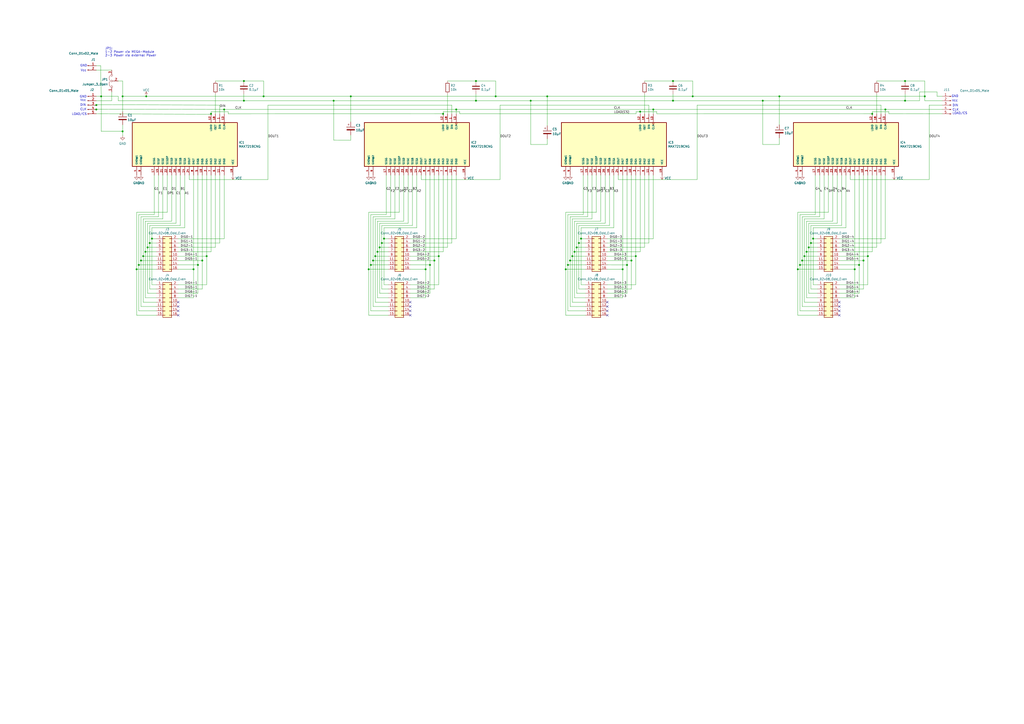
<source format=kicad_sch>
(kicad_sch (version 20211123) (generator eeschema)
  (paper "A2")
  (title_block (title "MAX7219 ") (date "08.10.2021") (rev "V5.0") (comment 1 "P.L.+S.H."))
  (lib_symbols
    (symbol "Connector:Conn_01x02_Male" (pin_names (offset 1.016) hide)
      (property "Reference" "J" (at 0 2.54 0))
      (property "Value" "Conn_01x02_Male" (at 0 -5.08 0))
      (symbol "Conn_01x02_Male_1_1"
        (polyline (pts (xy 1.27 -2.54) (xy 0.8636 -2.54)) (stroke (width 0.1524)))
        (polyline (pts (xy 1.27 0) (xy 0.8636 0)) (stroke (width 0.1524)))
        (rectangle (start 0.8636 -2.413) (end 0 -2.667) (stroke (width 0.1524)) (fill (type outline)))
        (rectangle (start 0.8636 0.127) (end 0 -0.127) (stroke (width 0.1524)) (fill (type outline)))
        (pin passive line (at 5.08 0 180) (length 3.81) (name "Pin_1") (number "1"))
        (pin passive line (at 5.08 -2.54 180) (length 3.81) (name "Pin_2") (number "2"))
      )
    )
    (symbol "Connector:Conn_01x05_Male" (pin_names (offset 1.016) hide)
      (property "Reference" "J" (at 0 7.62 0))
      (property "Value" "Conn_01x05_Male" (at 0 -7.62 0))
      (symbol "Conn_01x05_Male_1_1"
        (polyline (pts (xy 1.27 -5.08) (xy 0.8636 -5.08)) (stroke (width 0.1524)))
        (polyline (pts (xy 1.27 -2.54) (xy 0.8636 -2.54)) (stroke (width 0.1524)))
        (polyline (pts (xy 1.27 0) (xy 0.8636 0)) (stroke (width 0.1524)))
        (polyline (pts (xy 1.27 2.54) (xy 0.8636 2.54)) (stroke (width 0.1524)))
        (polyline (pts (xy 1.27 5.08) (xy 0.8636 5.08)) (stroke (width 0.1524)))
        (rectangle (start 0.8636 -4.953) (end 0 -5.207) (stroke (width 0.1524)) (fill (type outline)))
        (rectangle (start 0.8636 -2.413) (end 0 -2.667) (stroke (width 0.1524)) (fill (type outline)))
        (rectangle (start 0.8636 0.127) (end 0 -0.127) (stroke (width 0.1524)) (fill (type outline)))
        (rectangle (start 0.8636 2.667) (end 0 2.413) (stroke (width 0.1524)) (fill (type outline)))
        (rectangle (start 0.8636 5.207) (end 0 4.953) (stroke (width 0.1524)) (fill (type outline)))
        (pin passive line (at 5.08 5.08 180) (length 3.81) (name "Pin_1") (number "1"))
        (pin passive line (at 5.08 2.54 180) (length 3.81) (name "Pin_2") (number "2"))
        (pin passive line (at 5.08 0 180) (length 3.81) (name "Pin_3") (number "3"))
        (pin passive line (at 5.08 -2.54 180) (length 3.81) (name "Pin_4") (number "4"))
        (pin passive line (at 5.08 -5.08 180) (length 3.81) (name "Pin_5") (number "5"))
      )
    )
    (symbol "Connector_Generic:Conn_02x08_Odd_Even" (pin_names (offset 1.016) hide)
      (property "Reference" "J" (at 1.27 10.16 0))
      (property "Value" "Conn_02x08_Odd_Even" (at 1.27 -12.7 0))
      (symbol "Conn_02x08_Odd_Even_1_1"
        (rectangle (start -1.27 -10.033) (end 0 -10.287) (stroke (width 0.1524)))
        (rectangle (start -1.27 -7.493) (end 0 -7.747) (stroke (width 0.1524)))
        (rectangle (start -1.27 -4.953) (end 0 -5.207) (stroke (width 0.1524)))
        (rectangle (start -1.27 -2.413) (end 0 -2.667) (stroke (width 0.1524)))
        (rectangle (start -1.27 0.127) (end 0 -0.127) (stroke (width 0.1524)))
        (rectangle (start -1.27 2.667) (end 0 2.413) (stroke (width 0.1524)))
        (rectangle (start -1.27 5.207) (end 0 4.953) (stroke (width 0.1524)))
        (rectangle (start -1.27 7.747) (end 0 7.493) (stroke (width 0.1524)))
        (rectangle (start -1.27 8.89) (end 3.81 -11.43) (stroke (width 0.254)) (fill (type background)))
        (rectangle (start 3.81 -10.033) (end 2.54 -10.287) (stroke (width 0.1524)))
        (rectangle (start 3.81 -7.493) (end 2.54 -7.747) (stroke (width 0.1524)))
        (rectangle (start 3.81 -4.953) (end 2.54 -5.207) (stroke (width 0.1524)))
        (rectangle (start 3.81 -2.413) (end 2.54 -2.667) (stroke (width 0.1524)))
        (rectangle (start 3.81 0.127) (end 2.54 -0.127) (stroke (width 0.1524)))
        (rectangle (start 3.81 2.667) (end 2.54 2.413) (stroke (width 0.1524)))
        (rectangle (start 3.81 5.207) (end 2.54 4.953) (stroke (width 0.1524)))
        (rectangle (start 3.81 7.747) (end 2.54 7.493) (stroke (width 0.1524)))
        (pin passive line (at -5.08 7.62 0) (length 3.81) (name "Pin_1") (number "1"))
        (pin passive line (at 7.62 -2.54 180) (length 3.81) (name "Pin_10") (number "10"))
        (pin passive line (at -5.08 -5.08 0) (length 3.81) (name "Pin_11") (number "11"))
        (pin passive line (at 7.62 -5.08 180) (length 3.81) (name "Pin_12") (number "12"))
        (pin passive line (at -5.08 -7.62 0) (length 3.81) (name "Pin_13") (number "13"))
        (pin passive line (at 7.62 -7.62 180) (length 3.81) (name "Pin_14") (number "14"))
        (pin passive line (at -5.08 -10.16 0) (length 3.81) (name "Pin_15") (number "15"))
        (pin passive line (at 7.62 -10.16 180) (length 3.81) (name "Pin_16") (number "16"))
        (pin passive line (at 7.62 7.62 180) (length 3.81) (name "Pin_2") (number "2"))
        (pin passive line (at -5.08 5.08 0) (length 3.81) (name "Pin_3") (number "3"))
        (pin passive line (at 7.62 5.08 180) (length 3.81) (name "Pin_4") (number "4"))
        (pin passive line (at -5.08 2.54 0) (length 3.81) (name "Pin_5") (number "5"))
        (pin passive line (at 7.62 2.54 180) (length 3.81) (name "Pin_6") (number "6"))
        (pin passive line (at -5.08 0 0) (length 3.81) (name "Pin_7") (number "7"))
        (pin passive line (at 7.62 0 180) (length 3.81) (name "Pin_8") (number "8"))
        (pin passive line (at -5.08 -2.54 0) (length 3.81) (name "Pin_9") (number "9"))
      )
    )
    (symbol "Device:C" (pin_numbers hide) (pin_names (offset 0.254))
      (property "Reference" "C" (at 0.635 2.54 0))
      (property "Value" "C" (at 0.635 -2.54 0))
      (symbol "C_0_1"
        (polyline (pts (xy -2.032 -0.762) (xy 2.032 -0.762)) (stroke (width 0.508)))
        (polyline (pts (xy -2.032 0.762) (xy 2.032 0.762)) (stroke (width 0.508)))
      )
      (symbol "C_1_1"
        (pin passive line (at 0 3.81 270) (length 2.794) (name "~") (number "1"))
        (pin passive line (at 0 -3.81 90) (length 2.794) (name "~") (number "2"))
      )
    )
    (symbol "Device:C_Polarized" (pin_numbers hide) (pin_names (offset 0.254))
      (property "Reference" "C" (at 0.635 2.54 0))
      (property "Value" "C_Polarized" (at 0.635 -2.54 0))
      (symbol "C_Polarized_0_1"
        (rectangle (start -2.286 0.508) (end 2.286 1.016))
        (polyline (pts (xy -1.778 2.286) (xy -0.762 2.286)))
        (polyline (pts (xy -1.27 2.794) (xy -1.27 1.778)))
        (rectangle (start 2.286 -0.508) (end -2.286 -1.016) (fill (type outline)))
      )
      (symbol "C_Polarized_1_1"
        (pin passive line (at 0 3.81 270) (length 2.794) (name "~") (number "1"))
        (pin passive line (at 0 -3.81 90) (length 2.794) (name "~") (number "2"))
      )
    )
    (symbol "Device:R" (pin_numbers hide) (pin_names (offset 0))
      (property "Reference" "R" (at 2.032 0 90))
      (property "Value" "R" (at 0 0 90))
      (symbol "R_0_1"
        (rectangle (start -1.016 -2.54) (end 1.016 2.54) (stroke (width 0.254)))
      )
      (symbol "R_1_1"
        (pin passive line (at 0 3.81 270) (length 1.27) (name "~") (number "1"))
        (pin passive line (at 0 -3.81 90) (length 1.27) (name "~") (number "2"))
      )
    )
    (symbol "Jumper:Jumper_3_Open" (pin_names (offset 0) hide)
      (property "Reference" "JP" (at -2.54 -2.54 0))
      (property "Value" "Jumper_3_Open" (at 0 2.794 0))
      (symbol "Jumper_3_Open_0_0"
        (circle (center -3.302 0) (radius 0.508))
        (circle (center 0 0) (radius 0.508))
        (circle (center 3.302 0) (radius 0.508))
      )
      (symbol "Jumper_3_Open_0_1"
        (arc (start -0.254 1.016) (mid -1.651 1.4992) (end -3.048 1.016))
        (polyline (pts (xy 0 -0.508) (xy 0 -1.27)))
        (arc (start 3.048 1.016) (mid 1.651 1.4992) (end 0.254 1.016))
      )
      (symbol "Jumper_3_Open_1_1"
        (pin passive line (at -6.35 0 0) (length 2.54) (name "A") (number "1"))
        (pin input line (at 0 -3.81 90) (length 2.54) (name "C") (number "2"))
        (pin passive line (at 6.35 0 180) (length 2.54) (name "B") (number "3"))
      )
    )
    (symbol "MAX7219CNG:MAX7219CNG" (pin_names (offset 1.016))
      (property "Reference" "IC" (at -12.7 31.4706 0))
      (property "Value" "MAX7219CNG_MAX7219CNG" (at -12.7 -34.4678 0))
      (symbol "MAX7219CNG_0_0"
        (rectangle (start -12.7 -30.48) (end 12.7 30.48) (stroke (width 0.4064)) (fill (type background)))
        (pin input line (at -17.78 20.32 0) (length 5.08) (name "DIN") (number "1"))
        (pin output line (at 17.78 10.16 180) (length 5.08) (name "DIG5") (number "10"))
        (pin output line (at 17.78 20.32 180) (length 5.08) (name "DIG1") (number "11"))
        (pin input line (at -17.78 15.24 0) (length 5.08) (name "LOAD") (number "12"))
        (pin input clock (at -17.78 22.86 0) (length 5.08) (name "CLK") (number "13"))
        (pin output line (at 17.78 0 180) (length 5.08) (name "SEGA") (number "14"))
        (pin output line (at 17.78 -15.24 180) (length 5.08) (name "SEGF") (number "15"))
        (pin output line (at 17.78 -2.54 180) (length 5.08) (name "SEGB") (number "16"))
        (pin output line (at 17.78 -17.78 180) (length 5.08) (name "SEGG") (number "17"))
        (pin input line (at -17.78 17.78 0) (length 5.08) (name "ISET") (number "18"))
        (pin power_in line (at 17.78 27.94 180) (length 5.08) (name "VCC") (number "19"))
        (pin output line (at 17.78 22.86 180) (length 5.08) (name "DIG0") (number "2"))
        (pin output line (at 17.78 -5.08 180) (length 5.08) (name "SEGC") (number "20"))
        (pin output line (at 17.78 -12.7 180) (length 5.08) (name "SEGE") (number "21"))
        (pin output line (at 17.78 -10.16 180) (length 5.08) (name "SEGDP") (number "22"))
        (pin output line (at 17.78 -7.62 180) (length 5.08) (name "SEGD") (number "23"))
        (pin output line (at 17.78 2.54 180) (length 5.08) (name "DOUT") (number "24"))
        (pin output line (at 17.78 12.7 180) (length 5.08) (name "DIG4") (number "3"))
        (pin power_in line (at 17.78 -27.94 180) (length 5.08) (name "GND@1") (number "4"))
        (pin output line (at 17.78 7.62 180) (length 5.08) (name "DIG6") (number "5"))
        (pin output line (at 17.78 17.78 180) (length 5.08) (name "DIG2") (number "6"))
        (pin output line (at 17.78 15.24 180) (length 5.08) (name "DIG3") (number "7"))
        (pin output line (at 17.78 5.08 180) (length 5.08) (name "DIG7") (number "8"))
        (pin power_in line (at 17.78 -25.4 180) (length 5.08) (name "GND@2") (number "9"))
      )
    )
    (symbol "power:GND" (power) (pin_names (offset 0))
      (property "Value" "GND" (at 0 -3.81 0))
      (symbol "GND_0_1"
        (polyline (pts (xy 0 0) (xy 0 -1.27) (xy 1.27 -1.27) (xy 0 -2.54) (xy -1.27 -1.27) (xy 0 -1.27)))
      )
      (symbol "GND_1_1"
        (pin power_in line (at 0 0 270) (length 0) hide (name "GND") (number "1"))
      )
    )
    (symbol "power:VCC" (power) (pin_names (offset 0))
      (property "Value" "VCC" (at 0 3.81 0))
      (symbol "VCC_0_1"
        (polyline (pts (xy -0.762 1.27) (xy 0 2.54)))
        (polyline (pts (xy 0 0) (xy 0 2.54)))
        (polyline (pts (xy 0 2.54) (xy 0.762 1.27)))
      )
      (symbol "VCC_1_1"
        (pin power_in line (at 0 0 90) (length 0) hide (name "VCC") (number "1"))
      )
    )
  )
  (junction (at 337.058 138.43))
  (junction (at 442.468 58.42))
  (junction (at 130.048 63.5))
  (junction (at 80.518 153.67))
  (junction (at 257.048 66.04))
  (junction (at 83.058 148.59))
  (junction (at 218.948 146.05))
  (junction (at 55.88 63.5))
  (junction (at 222.758 138.43))
  (junction (at 333.248 146.05))
  (junction (at 317.4492 55.88))
  (junction (at 390.398 58.42))
  (junction (at 215.138 153.67))
  (junction (at 141.478 58.42))
  (junction (at 505.968 66.04))
  (junction (at 525.018 46.99))
  (junction (at 366.268 151.13))
  (junction (at 329.438 153.67))
  (junction (at 112.268 156.21))
  (junction (at 55.88 60.96))
  (junction (at 203.4794 55.88))
  (junction (at 452.12 55.88))
  (junction (at 495.808 156.21))
  (junction (at 287.528 55.88))
  (junction (at 536.448 55.88))
  (junction (at 117.348 151.13))
  (junction (at 503.428 148.59))
  (junction (at 465.328 151.13))
  (junction (at 88.138 138.43))
  (junction (at 264.668 63.5))
  (junction (at 513.588 63.5))
  (junction (at 251.968 151.13))
  (junction (at 84.328 146.05))
  (junction (at 525.018 58.42))
  (junction (at 221.488 140.97))
  (junction (at 122.428 66.04))
  (junction (at 498.348 153.67))
  (junction (at 114.808 153.67))
  (junction (at 152.908 55.88))
  (junction (at 216.408 151.13))
  (junction (at 368.808 148.59))
  (junction (at 466.598 148.59))
  (junction (at 464.058 153.67))
  (junction (at 254.508 148.59))
  (junction (at 469.138 143.51))
  (junction (at 471.678 138.43))
  (junction (at 141.478 46.99))
  (junction (at 371.348 64.77))
  (junction (at 58.674 55.88))
  (junction (at 86.868 140.97))
  (junction (at 246.888 156.21))
  (junction (at 307.848 58.42))
  (junction (at 361.188 156.21))
  (junction (at 500.888 151.13))
  (junction (at 462.788 156.21))
  (junction (at 335.788 140.97))
  (junction (at 378.968 63.5))
  (junction (at 220.218 143.51))
  (junction (at 276.098 58.42))
  (junction (at 79.248 156.21))
  (junction (at 390.398 46.99))
  (junction (at 276.098 46.99))
  (junction (at 217.678 148.59))
  (junction (at 71.12 55.88))
  (junction (at 249.428 153.67))
  (junction (at 213.868 156.21))
  (junction (at 363.728 153.6954))
  (junction (at 467.868 146.05))
  (junction (at 84.836 55.88))
  (junction (at 401.828 55.88))
  (junction (at 331.978 148.59))
  (junction (at 119.888 148.59))
  (junction (at 330.708 151.13))
  (junction (at 71.12 76.2))
  (junction (at 85.598 143.51))
  (junction (at 193.548 58.42))
  (junction (at 328.168 156.21))
  (junction (at 470.408 140.97))
  (junction (at 334.518 143.51))
  (junction (at 81.788 151.13))
  (no_connect (at 103.378 177.8))
  (no_connect (at 352.298 182.88))
  (no_connect (at 103.378 182.88))
  (no_connect (at 352.298 180.34))
  (no_connect (at 237.998 177.8))
  (no_connect (at 486.918 180.34))
  (no_connect (at 486.918 182.88))
  (no_connect (at 352.298 177.8))
  (no_connect (at 103.378 175.26))
  (no_connect (at 237.998 182.88))
  (no_connect (at 103.378 180.34))
  (no_connect (at 486.918 175.26))
  (no_connect (at 237.998 175.26))
  (no_connect (at 486.918 177.8))
  (no_connect (at 352.298 175.26))
  (no_connect (at 237.998 180.34))
  (wire (pts (xy 317.5 83.82) (xy 307.848 83.82)))
  (wire (pts (xy 366.268 151.13) (xy 366.268 167.64)))
  (wire (pts (xy 472.948 124.46) (xy 464.058 124.46)))
  (wire (pts (xy 490.728 132.08) (xy 471.678 132.08)))
  (wire (pts (xy 472.948 101.6) (xy 472.948 124.46)))
  (wire (pts (xy 84.328 146.05) (xy 90.678 146.05)))
  (wire (pts (xy 331.978 127) (xy 331.978 148.59)))
  (wire (pts (xy 215.138 124.46) (xy 215.138 153.67)))
  (wire (pts (xy 475.488 125.73) (xy 465.328 125.73)))
  (wire (pts (xy 343.408 101.6) (xy 343.408 127)))
  (wire (pts (xy 498.348 101.6) (xy 498.348 153.67)))
  (wire (pts (xy 452.12 72.39) (xy 452.12 55.88)))
  (wire (pts (xy 81.788 151.13) (xy 90.678 151.13)))
  (wire (pts (xy 254.508 165.1) (xy 237.998 165.1)))
  (wire (pts (xy 71.12 46.99) (xy 71.12 55.88)))
  (wire (pts (xy 356.108 132.08) (xy 337.058 132.08)))
  (wire (pts (xy 83.058 127) (xy 83.058 148.59)))
  (wire (pts (xy 331.978 148.59) (xy 331.978 175.26)))
  (wire (pts (xy 231.648 101.6) (xy 231.648 123.19)))
  (wire (pts (xy 329.438 180.34) (xy 339.598 180.34)))
  (wire (pts (xy 498.348 170.18) (xy 486.918 170.18)))
  (wire (pts (xy 505.968 101.6) (xy 505.968 146.05)))
  (wire (pts (xy 88.138 138.43) (xy 90.678 138.43)))
  (wire (pts (xy 222.758 132.08) (xy 222.758 138.43)))
  (wire (pts (xy 505.968 64.77) (xy 515.6454 64.77)))
  (wire (pts (xy 107.188 101.6) (xy 107.188 132.08)))
  (wire (pts (xy 130.048 101.6) (xy 130.048 138.43)))
  (wire (pts (xy 213.868 156.21) (xy 225.298 156.21)))
  (wire (pts (xy 478.028 127) (xy 466.598 127)))
  (wire (pts (xy 91.948 125.73) (xy 81.788 125.73)))
  (wire (pts (xy 246.888 101.6) (xy 246.888 156.21)))
  (wire (pts (xy 348.488 128.27) (xy 333.248 128.27)))
  (wire (pts (xy 317.5 80.518) (xy 317.5 83.82)))
  (wire (pts (xy 470.408 167.64) (xy 474.218 167.64)))
  (wire (pts (xy 79.248 156.21) (xy 79.248 182.88)))
  (wire (pts (xy 80.518 153.67) (xy 90.678 153.67)))
  (wire (pts (xy 287.528 55.88) (xy 317.4492 55.88)))
  (wire (pts (xy 500.888 167.64) (xy 486.918 167.64)))
  (wire (pts (xy 329.438 153.67) (xy 329.438 180.34)))
  (wire (pts (xy 217.678 148.59) (xy 217.678 175.26)))
  (wire (pts (xy 241.808 101.6) (xy 241.808 132.08)))
  (wire (pts (xy 257.048 66.04) (xy 257.048 64.77)))
  (wire (pts (xy 55.9562 60.7568) (xy 127.508 60.96)))
  (wire (pts (xy 259.588 46.99) (xy 276.098 46.99)))
  (wire (pts (xy 122.428 64.8208) (xy 132.3594 64.8462)))
  (wire (pts (xy 203.4794 55.88) (xy 287.528 55.88)))
  (wire (pts (xy 68.58 55.88) (xy 68.58 58.42)))
  (wire (pts (xy 218.948 146.05) (xy 225.298 146.05)))
  (wire (pts (xy 215.138 153.67) (xy 225.298 153.67)))
  (wire (pts (xy 122.3518 66.2432) (xy 122.428 66.04)))
  (wire (pts (xy 471.678 138.43) (xy 471.678 165.1)))
  (wire (pts (xy 368.808 101.6) (xy 368.808 148.59)))
  (wire (pts (xy 452.12 80.01) (xy 452.12 83.82)))
  (wire (pts (xy 217.678 175.26) (xy 225.298 175.26)))
  (wire (pts (xy 464.058 124.46) (xy 464.058 153.67)))
  (wire (pts (xy 328.168 123.19) (xy 328.168 156.21)))
  (wire (pts (xy 525.018 54.61) (xy 525.018 58.42)))
  (wire (pts (xy 122.428 101.6) (xy 122.428 146.05)))
  (wire (pts (xy 373.888 101.6) (xy 373.888 143.51)))
  (wire (pts (xy 503.428 165.1) (xy 486.918 165.1)))
  (wire (pts (xy 218.948 128.27) (xy 218.948 146.05)))
  (wire (pts (xy 330.708 151.13) (xy 339.598 151.13)))
  (wire (pts (xy 107.188 132.08) (xy 88.138 132.08)))
  (wire (pts (xy 467.868 128.27) (xy 467.868 146.05)))
  (wire (pts (xy 469.138 143.51) (xy 469.138 170.18)))
  (wire (pts (xy 337.058 132.08) (xy 337.058 138.43)))
  (wire (pts (xy 536.448 46.99) (xy 536.448 55.88)))
  (wire (pts (xy 376.428 140.97) (xy 376.428 101.6)))
  (wire (pts (xy 221.488 167.64) (xy 225.298 167.64)))
  (wire (pts (xy 88.138 165.1) (xy 90.678 165.1)))
  (wire (pts (xy 348.488 101.6) (xy 348.488 128.27)))
  (wire (pts (xy 290.068 60.96) (xy 376.428 60.96)))
  (wire (pts (xy 58.674 76.2) (xy 71.12 76.2)))
  (wire (pts (xy 112.268 156.21) (xy 112.268 172.72)))
  (wire (pts (xy 334.518 143.51) (xy 339.598 143.51)))
  (wire (pts (xy 124.968 46.99) (xy 141.478 46.99)))
  (wire (pts (xy 79.248 123.19) (xy 79.248 156.21)))
  (wire (pts (xy 465.328 177.8) (xy 474.218 177.8)))
  (wire (pts (xy 358.648 104.14) (xy 404.368 104.14)))
  (wire (pts (xy 276.098 54.61) (xy 276.098 58.42)))
  (wire (pts (xy 381.0254 66.0654) (xy 505.968 66.04)))
  (wire (pts (xy 442.468 58.42) (xy 525.018 58.42)))
  (wire (pts (xy 231.648 123.19) (xy 213.868 123.19)))
  (wire (pts (xy 368.808 165.1) (xy 352.298 165.1)))
  (wire (pts (xy 471.678 138.43) (xy 474.218 138.43)))
  (wire (pts (xy 193.548 58.42) (xy 276.098 58.42)))
  (wire (pts (xy 127.508 60.96) (xy 127.508 66.04)))
  (wire (pts (xy 352.298 153.67) (xy 363.728 153.6954)))
  (wire (pts (xy 112.268 172.72) (xy 103.378 172.72)))
  (wire (pts (xy 467.868 146.05) (xy 467.868 172.72)))
  (wire (pts (xy 97.028 101.6) (xy 97.028 123.19)))
  (wire (pts (xy 239.268 101.6) (xy 239.268 130.81)))
  (wire (pts (xy 217.678 148.59) (xy 225.298 148.59)))
  (wire (pts (xy 378.968 138.43) (xy 352.298 138.43)))
  (wire (pts (xy 475.488 101.6) (xy 475.488 125.73)))
  (wire (pts (xy 237.998 156.21) (xy 246.888 156.21)))
  (wire (pts (xy 495.808 172.72) (xy 486.918 172.72)))
  (wire (pts (xy 543.56 55.88) (xy 543.56 53.34)))
  (wire (pts (xy 333.248 128.27) (xy 333.248 146.05)))
  (wire (pts (xy 127.508 140.97) (xy 127.508 101.6)))
  (wire (pts (xy 486.918 140.97) (xy 511.048 140.97)))
  (wire (pts (xy 221.488 130.81) (xy 221.488 140.97)))
  (wire (pts (xy 508.508 101.6) (xy 508.508 143.51)))
  (wire (pts (xy 361.188 156.21) (xy 361.188 172.72)))
  (wire (pts (xy 119.888 148.59) (xy 119.888 165.1)))
  (wire (pts (xy 55.88 38.1) (xy 58.42 38.1)))
  (wire (pts (xy 81.788 151.13) (xy 81.788 177.8)))
  (wire (pts (xy 104.648 130.81) (xy 86.868 130.81)))
  (wire (pts (xy 376.428 60.96) (xy 376.428 66.04)))
  (wire (pts (xy 480.568 101.6) (xy 480.568 123.19)))
  (wire (pts (xy 103.378 153.67) (xy 114.808 153.67)))
  (wire (pts (xy 513.588 138.43) (xy 486.918 138.43)))
  (wire (pts (xy 99.568 101.6) (xy 99.568 128.27)))
  (wire (pts (xy 55.9562 60.7568) (xy 55.88 60.96)))
  (wire (pts (xy 465.328 151.13) (xy 465.328 177.8)))
  (wire (pts (xy 117.348 151.13) (xy 117.348 167.64)))
  (wire (pts (xy 373.888 143.51) (xy 352.298 143.51)))
  (wire (pts (xy 221.488 140.97) (xy 221.488 167.64)))
  (wire (pts (xy 203.5048 81.28) (xy 193.548 81.2546)))
  (wire (pts (xy 266.7 64.77) (xy 266.7 66.04)))
  (wire (pts (xy 470.408 140.97) (xy 470.408 167.64)))
  (wire (pts (xy 86.868 167.64) (xy 90.678 167.64)))
  (wire (pts (xy 368.808 148.59) (xy 352.298 148.59)))
  (wire (pts (xy 109.728 104.14) (xy 155.448 104.14)))
  (wire (pts (xy 515.6454 65.9892) (xy 546.608 66.04)))
  (wire (pts (xy 132.334 66.0654) (xy 257.048 66.04)))
  (wire (pts (xy 130.048 66.04) (xy 130.048 63.5)))
  (wire (pts (xy 340.868 101.6) (xy 340.868 125.73)))
  (wire (pts (xy 215.138 153.67) (xy 215.138 180.34)))
  (wire (pts (xy 371.348 101.6) (xy 371.348 146.05)))
  (wire (pts (xy 378.968 63.5) (xy 513.588 63.5)))
  (wire (pts (xy 55.88 55.88) (xy 58.674 55.88)))
  (wire (pts (xy 85.598 143.51) (xy 90.678 143.51)))
  (wire (pts (xy 276.098 46.99) (xy 287.528 46.99)))
  (wire (pts (xy 220.218 170.18) (xy 225.298 170.18)))
  (wire (pts (xy 533.4 58.42) (xy 525.018 58.42)))
  (wire (pts (xy 511.048 60.96) (xy 511.048 66.04)))
  (wire (pts (xy 215.138 180.34) (xy 225.298 180.34)))
  (wire (pts (xy 466.598 148.59) (xy 466.598 175.26)))
  (wire (pts (xy 317.4492 55.88) (xy 401.828 55.88)))
  (wire (pts (xy 329.438 124.46) (xy 329.438 153.67)))
  (wire (pts (xy 203.4794 70.7136) (xy 203.4794 55.88)))
  (wire (pts (xy 84.328 146.05) (xy 84.328 172.72)))
  (wire (pts (xy 333.248 172.72) (xy 339.598 172.72)))
  (wire (pts (xy 361.188 172.72) (xy 352.298 172.72)))
  (wire (pts (xy 480.568 123.19) (xy 462.788 123.19)))
  (wire (pts (xy 470.408 130.81) (xy 470.408 140.97)))
  (wire (pts (xy 224.028 101.6) (xy 224.028 124.46)))
  (wire (pts (xy 287.528 46.99) (xy 287.528 55.88)))
  (wire (pts (xy 378.968 101.6) (xy 378.968 138.43)))
  (wire (pts (xy 264.668 63.5) (xy 264.668 66.04)))
  (wire (pts (xy 114.808 170.18) (xy 103.378 170.18)))
  (wire (pts (xy 193.548 58.42) (xy 193.548 81.2546)))
  (wire (pts (xy 97.028 123.19) (xy 79.248 123.19)))
  (wire (pts (xy 259.588 101.6) (xy 259.588 143.51)))
  (wire (pts (xy 485.648 101.6) (xy 485.648 129.54)))
  (wire (pts (xy 84.328 128.27) (xy 84.328 146.05)))
  (wire (pts (xy 546.608 55.88) (xy 543.56 55.88)))
  (wire (pts (xy 58.674 55.88) (xy 68.58 55.88)))
  (wire (pts (xy 213.868 156.21) (xy 213.868 182.88)))
  (wire (pts (xy 84.328 172.72) (xy 90.678 172.72)))
  (wire (pts (xy 334.518 143.51) (xy 334.518 170.18)))
  (wire (pts (xy 254.508 101.6) (xy 254.508 148.59)))
  (wire (pts (xy 58.674 55.88) (xy 58.674 76.2)))
  (wire (pts (xy 119.888 101.6) (xy 119.888 148.59)))
  (wire (pts (xy 328.168 156.21) (xy 339.598 156.21)))
  (wire (pts (xy 218.948 146.05) (xy 218.948 172.72)))
  (wire (pts (xy 71.12 76.2) (xy 71.12 78.74)))
  (wire (pts (xy 452.12 83.82) (xy 442.468 83.82)))
  (wire (pts (xy 80.518 180.34) (xy 90.678 180.34)))
  (wire (pts (xy 251.968 101.6) (xy 251.968 151.13)))
  (wire (pts (xy 471.678 132.08) (xy 471.678 138.43)))
  (wire (pts (xy 363.728 170.18) (xy 352.298 170.18)))
  (wire (pts (xy 381.0254 64.77) (xy 381.0254 66.0654)))
  (wire (pts (xy 83.058 175.26) (xy 90.678 175.26)))
  (wire (pts (xy 462.788 182.88) (xy 474.218 182.88)))
  (wire (pts (xy 478.028 101.6) (xy 478.028 127)))
  (wire (pts (xy 338.328 124.46) (xy 329.438 124.46)))
  (wire (pts (xy 112.268 101.6) (xy 112.268 156.21)))
  (wire (pts (xy 257.048 64.77) (xy 266.7 64.77)))
  (wire (pts (xy 249.428 170.18) (xy 237.998 170.18)))
  (wire (pts (xy 119.888 165.1) (xy 103.378 165.1)))
  (wire (pts (xy 122.428 146.05) (xy 103.378 146.05)))
  (wire (pts (xy 466.598 127) (xy 466.598 148.59)))
  (wire (pts (xy 404.368 60.96) (xy 404.368 104.14)))
  (wire (pts (xy 361.188 101.6) (xy 361.188 156.21)))
  (wire (pts (xy 331.978 148.59) (xy 339.598 148.59)))
  (wire (pts (xy 103.378 156.21) (xy 112.268 156.21)))
  (wire (pts (xy 109.728 101.6) (xy 109.728 104.14)))
  (wire (pts (xy 471.678 165.1) (xy 474.218 165.1)))
  (wire (pts (xy 330.708 177.8) (xy 339.598 177.8)))
  (wire (pts (xy 216.408 177.8) (xy 225.298 177.8)))
  (wire (pts (xy 241.808 132.08) (xy 222.758 132.08)))
  (wire (pts (xy 401.828 55.88) (xy 452.12 55.88)))
  (wire (pts (xy 239.268 130.81) (xy 221.488 130.81)))
  (wire (pts (xy 290.068 60.96) (xy 290.068 104.14)))
  (wire (pts (xy 244.348 101.6) (xy 244.348 104.14)))
  (wire (pts (xy 152.908 55.88) (xy 203.4794 55.88)))
  (wire (pts (xy 80.518 153.67) (xy 80.518 180.34)))
  (wire (pts (xy 345.948 101.6) (xy 345.948 123.19)))
  (wire (pts (xy 91.948 101.6) (xy 91.948 125.73)))
  (wire (pts (xy 155.448 60.96) (xy 155.448 104.14)))
  (wire (pts (xy 89.408 101.6) (xy 89.408 124.46)))
  (wire (pts (xy 264.668 138.43) (xy 237.998 138.43)))
  (wire (pts (xy 464.058 153.67) (xy 464.058 180.34)))
  (wire (pts (xy 88.138 132.08) (xy 88.138 138.43)))
  (wire (pts (xy 533.4 53.34) (xy 533.4 58.42)))
  (wire (pts (xy 88.138 138.43) (xy 88.138 165.1)))
  (wire (pts (xy 469.138 170.18) (xy 474.218 170.18)))
  (wire (pts (xy 368.808 148.59) (xy 368.808 165.1)))
  (wire (pts (xy 442.468 58.42) (xy 442.468 83.82)))
  (wire (pts (xy 307.848 58.42) (xy 390.398 58.42)))
  (wire (pts (xy 317.5 72.898) (xy 317.4492 55.88)))
  (wire (pts (xy 401.828 46.99) (xy 401.828 55.88)))
  (wire (pts (xy 340.868 125.73) (xy 330.708 125.73)))
  (wire (pts (xy 203.4794 78.3336) (xy 203.5048 81.28)))
  (wire (pts (xy 334.518 129.54) (xy 334.518 143.51)))
  (wire (pts (xy 328.168 156.21) (xy 328.168 182.88)))
  (wire (pts (xy 217.678 127) (xy 217.678 148.59)))
  (wire (pts (xy 224.028 124.46) (xy 215.138 124.46)))
  (wire (pts (xy 104.648 101.6) (xy 104.648 130.81)))
  (wire (pts (xy 464.058 180.34) (xy 474.218 180.34)))
  (wire (pts (xy 222.758 138.43) (xy 225.298 138.43)))
  (wire (pts (xy 466.598 148.59) (xy 474.218 148.59)))
  (wire (pts (xy 257.048 146.05) (xy 237.998 146.05)))
  (wire (pts (xy 513.588 101.6) (xy 513.588 138.43)))
  (wire (pts (xy 55.88 66.04) (xy 122.3518 66.2432)))
  (wire (pts (xy 515.6454 64.77) (xy 515.6454 65.9892)))
  (wire (pts (xy 343.408 127) (xy 331.978 127)))
  (wire (pts (xy 124.968 143.51) (xy 103.378 143.51)))
  (wire (pts (xy 249.428 153.67) (xy 249.428 170.18)))
  (wire (pts (xy 513.588 63.5) (xy 546.608 63.5)))
  (wire (pts (xy 335.788 167.64) (xy 339.598 167.64)))
  (wire (pts (xy 122.428 66.04) (xy 122.428 64.8208)))
  (wire (pts (xy 119.888 148.59) (xy 103.378 148.59)))
  (wire (pts (xy 500.888 101.6) (xy 500.888 151.13)))
  (wire (pts (xy 244.348 104.14) (xy 290.068 104.14)))
  (wire (pts (xy 505.968 146.05) (xy 486.918 146.05)))
  (wire (pts (xy 331.978 175.26) (xy 339.598 175.26)))
  (wire (pts (xy 513.588 63.5) (xy 513.588 66.04)))
  (wire (pts (xy 84.836 55.88) (xy 152.908 55.88)))
  (wire (pts (xy 368.9604 66.04) (xy 266.7 66.04)))
  (wire (pts (xy 259.588 54.61) (xy 259.588 66.04)))
  (wire (pts (xy 483.108 128.27) (xy 467.868 128.27)))
  (wire (pts (xy 102.108 101.6) (xy 102.108 129.54)))
  (wire (pts (xy 216.408 151.13) (xy 216.408 177.8)))
  (wire (pts (xy 124.968 101.6) (xy 124.968 143.51)))
  (wire (pts (xy 467.868 172.72) (xy 474.218 172.72)))
  (wire (pts (xy 141.478 54.61) (xy 141.478 58.42)))
  (wire (pts (xy 257.048 101.6) (xy 257.048 146.05)))
  (wire (pts (xy 102.108 129.54) (xy 85.598 129.54)))
  (wire (pts (xy 79.248 156.21) (xy 90.678 156.21)))
  (wire (pts (xy 381.0254 64.77) (xy 371.348 64.77)))
  (wire (pts (xy 262.128 60.96) (xy 262.128 66.04)))
  (wire (pts (xy 216.408 125.73) (xy 216.408 151.13)))
  (wire (pts (xy 222.758 138.43) (xy 222.758 165.1)))
  (wire (pts (xy 500.888 151.13) (xy 486.918 151.13)))
  (wire (pts (xy 337.058 138.43) (xy 337.058 165.1)))
  (wire (pts (xy 536.448 58.42) (xy 546.608 58.42)))
  (wire (pts (xy 213.868 123.19) (xy 213.868 156.21)))
  (wire (pts (xy 366.268 101.6) (xy 366.268 151.13)))
  (wire (pts (xy 345.948 123.19) (xy 328.168 123.19)))
  (wire (pts (xy 333.248 146.05) (xy 333.248 172.72)))
  (wire (pts (xy 237.998 153.67) (xy 249.428 153.67)))
  (wire (pts (xy 276.098 58.42) (xy 307.848 58.42)))
  (wire (pts (xy 330.708 125.73) (xy 330.708 151.13)))
  (wire (pts (xy 85.598 143.51) (xy 85.598 170.18)))
  (wire (pts (xy 337.058 165.1) (xy 339.598 165.1)))
  (wire (pts (xy 130.048 138.43) (xy 103.378 138.43)))
  (wire (pts (xy 103.378 140.97) (xy 127.508 140.97)))
  (wire (pts (xy 368.9604 64.77) (xy 368.9604 66.04)))
  (wire (pts (xy 99.568 128.27) (xy 84.328 128.27)))
  (wire (pts (xy 462.788 156.21) (xy 474.218 156.21)))
  (wire (pts (xy 390.398 54.61) (xy 390.398 58.42)))
  (wire (pts (xy 254.508 148.59) (xy 254.508 165.1)))
  (wire (pts (xy 86.868 140.97) (xy 86.868 167.64)))
  (wire (pts (xy 220.218 129.54) (xy 220.218 143.51)))
  (wire (pts (xy 543.56 53.34) (xy 533.4 53.34)))
  (wire (pts (xy 503.428 148.59) (xy 503.428 165.1)))
  (wire (pts (xy 469.138 129.54) (xy 469.138 143.51)))
  (wire (pts (xy 503.428 101.6) (xy 503.428 148.59)))
  (wire (pts (xy 356.108 101.6) (xy 356.108 132.08)))
  (wire (pts (xy 511.048 140.97) (xy 511.048 101.6)))
  (wire (pts (xy 83.058 148.59) (xy 83.058 175.26)))
  (wire (pts (xy 83.058 148.59) (xy 90.678 148.59)))
  (wire (pts (xy 251.968 151.13) (xy 251.968 167.64)))
  (wire (pts (xy 538.988 60.96) (xy 546.608 60.96)))
  (wire (pts (xy 498.348 153.67) (xy 498.348 170.18)))
  (wire (pts (xy 213.868 182.88) (xy 225.298 182.88)))
  (wire (pts (xy 378.968 63.5) (xy 378.968 66.04)))
  (wire (pts (xy 464.058 153.67) (xy 474.218 153.67)))
  (wire (pts (xy 152.908 46.99) (xy 152.908 55.88)))
  (wire (pts (xy 89.408 124.46) (xy 80.518 124.46)))
  (wire (pts (xy 469.138 143.51) (xy 474.218 143.51)))
  (wire (pts (xy 249.428 101.6) (xy 249.428 153.67)))
  (wire (pts (xy 124.968 54.61) (xy 124.968 66.04)))
  (wire (pts (xy 259.588 143.51) (xy 237.998 143.51)))
  (wire (pts (xy 264.668 63.5) (xy 378.968 63.5)))
  (wire (pts (xy 236.728 101.6) (xy 236.728 129.54)))
  (wire (pts (xy 465.328 151.13) (xy 474.218 151.13)))
  (wire (pts (xy 351.028 129.54) (xy 334.518 129.54)))
  (wire (pts (xy 55.9562 63.2968) (xy 130.048 63.5)))
  (wire (pts (xy 493.268 104.14) (xy 538.988 104.14)))
  (wire (pts (xy 351.028 101.6) (xy 351.028 129.54)))
  (wire (pts (xy 141.478 46.99) (xy 152.908 46.99)))
  (wire (pts (xy 352.298 156.21) (xy 361.188 156.21)))
  (wire (pts (xy 352.298 140.97) (xy 376.428 140.97)))
  (wire (pts (xy 488.188 101.6) (xy 488.188 130.81)))
  (wire (pts (xy 85.598 170.18) (xy 90.678 170.18)))
  (wire (pts (xy 64.77 58.42) (xy 55.88 58.42)))
  (wire (pts (xy 338.328 101.6) (xy 338.328 124.46)))
  (wire (pts (xy 117.348 101.6) (xy 117.348 151.13)))
  (wire (pts (xy 229.108 127) (xy 217.678 127)))
  (wire (pts (xy 64.77 53.34) (xy 64.77 58.42)))
  (wire (pts (xy 262.128 140.97) (xy 262.128 101.6)))
  (wire (pts (xy 68.58 58.42) (xy 141.478 58.42)))
  (wire (pts (xy 234.188 101.6) (xy 234.188 128.27)))
  (wire (pts (xy 500.888 151.13) (xy 500.888 167.64)))
  (wire (pts (xy 85.598 129.54) (xy 85.598 143.51)))
  (wire (pts (xy 390.398 46.99) (xy 401.828 46.99)))
  (wire (pts (xy 114.808 153.67) (xy 114.808 170.18)))
  (wire (pts (xy 234.188 128.27) (xy 218.948 128.27)))
  (wire (pts (xy 466.598 175.26) (xy 474.218 175.26)))
  (wire (pts (xy 465.328 125.73) (xy 465.328 151.13)))
  (wire (pts (xy 226.568 125.73) (xy 216.408 125.73)))
  (wire (pts (xy 503.428 148.59) (xy 486.918 148.59)))
  (wire (pts (xy 335.788 130.81) (xy 335.788 140.97)))
  (wire (pts (xy 493.268 101.6) (xy 493.268 104.14)))
  (wire (pts (xy 371.348 64.77) (xy 368.9604 64.77)))
  (wire (pts (xy 333.248 146.05) (xy 339.598 146.05)))
  (wire (pts (xy 220.218 143.51) (xy 220.218 170.18)))
  (wire (pts (xy 371.348 146.05) (xy 352.298 146.05)))
  (wire (pts (xy 508.508 143.51) (xy 486.918 143.51)))
  (wire (pts (xy 79.248 182.88) (xy 90.678 182.88)))
  (wire (pts (xy 486.918 153.67) (xy 498.348 153.67)))
  (wire (pts (xy 86.868 140.97) (xy 90.678 140.97)))
  (wire (pts (xy 366.268 167.64) (xy 352.298 167.64)))
  (wire (pts (xy 353.568 101.6) (xy 353.568 130.81)))
  (wire (pts (xy 337.058 138.43) (xy 339.598 138.43)))
  (wire (pts (xy 94.488 101.6) (xy 94.488 127)))
  (wire (pts (xy 538.988 60.96) (xy 538.988 104.14)))
  (wire (pts (xy 373.888 46.99) (xy 390.398 46.99)))
  (wire (pts (xy 94.488 127) (xy 83.058 127)))
  (wire (pts (xy 307.848 58.42) (xy 307.848 83.82)))
  (wire (pts (xy 55.88 40.64) (xy 64.77 40.64)))
  (wire (pts (xy 216.408 151.13) (xy 225.298 151.13)))
  (wire (pts (xy 254.508 148.59) (xy 237.998 148.59)))
  (wire (pts (xy 495.808 101.6) (xy 495.808 156.21)))
  (wire (pts (xy 229.108 101.6) (xy 229.108 127)))
  (wire (pts (xy 353.568 130.81) (xy 335.788 130.81)))
  (wire (pts (xy 505.968 66.04) (xy 505.968 64.77)))
  (wire (pts (xy 220.218 143.51) (xy 225.298 143.51)))
  (wire (pts (xy 485.648 129.54) (xy 469.138 129.54)))
  (wire (pts (xy 130.048 63.5) (xy 264.668 63.5)))
  (wire (pts (xy 246.888 172.72) (xy 237.998 172.72)))
  (wire (pts (xy 335.788 140.97) (xy 335.788 167.64)))
  (wire (pts (xy 81.788 125.73) (xy 81.788 151.13)))
  (wire (pts (xy 251.968 151.13) (xy 237.998 151.13)))
  (wire (pts (xy 237.998 140.97) (xy 262.128 140.97)))
  (wire (pts (xy 221.488 140.97) (xy 225.298 140.97)))
  (wire (pts (xy 71.12 55.88) (xy 84.836 55.88)))
  (wire (pts (xy 462.788 156.21) (xy 462.788 182.88)))
  (wire (pts (xy 155.448 60.96) (xy 262.128 60.96)))
  (wire (pts (xy 452.12 55.88) (xy 536.448 55.88)))
  (wire (pts (xy 226.568 101.6) (xy 226.568 125.73)))
  (wire (pts (xy 366.268 151.13) (xy 352.298 151.13)))
  (wire (pts (xy 218.948 172.72) (xy 225.298 172.72)))
  (wire (pts (xy 334.518 170.18) (xy 339.598 170.18)))
  (wire (pts (xy 68.58 46.99) (xy 71.12 46.99)))
  (wire (pts (xy 330.708 151.13) (xy 330.708 177.8)))
  (wire (pts (xy 470.408 140.97) (xy 474.218 140.97)))
  (wire (pts (xy 141.478 58.42) (xy 193.548 58.42)))
  (wire (pts (xy 462.788 123.19) (xy 462.788 156.21)))
  (wire (pts (xy 483.108 101.6) (xy 483.108 128.27)))
  (wire (pts (xy 246.888 156.21) (xy 246.888 172.72)))
  (wire (pts (xy 86.868 130.81) (xy 86.868 140.97)))
  (wire (pts (xy 236.728 129.54) (xy 220.218 129.54)))
  (wire (pts (xy 486.918 156.21) (xy 495.808 156.21)))
  (wire (pts (xy 71.12 64.77) (xy 71.12 55.88)))
  (wire (pts (xy 132.3594 64.8462) (xy 132.334 66.0654)))
  (wire (pts (xy 117.348 151.13) (xy 103.378 151.13)))
  (wire (pts (xy 363.728 101.6) (xy 363.728 153.6954)))
  (wire (pts (xy 55.9562 63.2968) (xy 55.88 63.5)))
  (wire (pts (xy 114.808 101.6) (xy 114.808 153.67)))
  (wire (pts (xy 58.42 38.1) (xy 58.674 55.88)))
  (wire (pts (xy 508.508 46.99) (xy 525.018 46.99)))
  (wire (pts (xy 335.788 140.97) (xy 339.598 140.97)))
  (wire (pts (xy 329.438 153.67) (xy 339.598 153.67)))
  (wire (pts (xy 404.368 60.96) (xy 511.048 60.96)))
  (wire (pts (xy 508.508 54.61) (xy 508.508 66.04)))
  (wire (pts (xy 117.348 167.64) (xy 103.378 167.64)))
  (wire (pts (xy 328.168 182.88) (xy 339.598 182.88)))
  (wire (pts (xy 390.398 58.42) (xy 442.468 58.42)))
  (wire (pts (xy 222.758 165.1) (xy 225.298 165.1)))
  (wire (pts (xy 80.518 124.46) (xy 80.518 153.67)))
  (wire (pts (xy 251.968 167.64) (xy 237.998 167.64)))
  (wire (pts (xy 371.348 66.04) (xy 371.348 64.77)))
  (wire (pts (xy 81.788 177.8) (xy 90.678 177.8)))
  (wire (pts (xy 495.808 156.21) (xy 495.808 172.72)))
  (wire (pts (xy 373.888 54.61) (xy 373.888 66.04)))
  (wire (pts (xy 525.018 46.99) (xy 536.448 46.99)))
  (wire (pts (xy 363.728 153.6954) (xy 363.728 170.18)))
  (wire (pts (xy 358.648 101.6) (xy 358.648 104.14)))
  (wire (pts (xy 488.188 130.81) (xy 470.408 130.81)))
  (wire (pts (xy 71.12 72.39) (xy 71.12 76.2)))
  (wire (pts (xy 490.728 101.6) (xy 490.728 132.08)))
  (wire (pts (xy 467.868 146.05) (xy 474.218 146.05)))
  (wire (pts (xy 536.448 55.88) (xy 536.448 58.42)))
  (wire (pts (xy 264.668 101.6) (xy 264.668 138.43)))
  (text "Vcc" (at 46.482 58.928 0) (effects (font (size 1.27 1.27)) (justify left bottom)))
  (text "JP1:\n1-2 Power via MEGA-Module\n2-3 Power via external Power" (at 60.96 33.02 0) (effects (font (size 1.27 1.27)) (justify left bottom)))
  (text "Vcc" (at 552.196 59.182 0) (effects (font (size 1.27 1.27)) (justify left bottom)))
  (text "Vcc" (at 46.736 41.656 0) (effects (font (size 1.27 1.27)) (justify left bottom)))
  (text "CLK" (at 46.482 64.262 0) (effects (font (size 1.27 1.27)) (justify left bottom)))
  (text "GND" (at 46.482 38.862 0) (effects (font (size 1.27 1.27)) (justify left bottom)))
  (text "GND" (at 551.942 56.642 0) (effects (font (size 1.27 1.27)) (justify left bottom)))
  (text "LOAD/CS" (at 41.656 67.056 0) (effects (font (size 1.27 1.27)) (justify left bottom)))
  (text "DIN" (at 552.45 61.976 0) (effects (font (size 1.27 1.27)) (justify left bottom)))
  (text "DIN" (at 46.482 61.722 0) (effects (font (size 1.27 1.27)) (justify left bottom)))
  (text "CLK" (at 552.45 64.516 0) (effects (font (size 1.27 1.27)) (justify left bottom)))
  (text "LOAD/CS" (at 552.45 66.548 0) (effects (font (size 1.27 1.27)) (justify left bottom)))
  (text "GND" (at 46.228 56.896 0) (effects (font (size 1.27 1.27)) (justify left bottom)))
  (label "DIG1-2" (at 239.268 140.97 0))
  (label "DP3" (at 345.948 111.76 0))
  (label "A2" (at 241.808 111.76 0))
  (label "DIG4-3" (at 356.108 165.1 0))
  (label "DIG6-1" (at 107.188 170.18 0))
  (label "DIG7-4" (at 490.728 172.72 0))
  (label "DIG2-1" (at 104.648 143.51 0))
  (label "G4" (at 472.948 110.49 0))
  (label "F2" (at 226.568 111.76 0))
  (label "DIG5-1" (at 107.188 167.64 0))
  (label "CLK" (at 356.108 63.5 0))
  (label "E3" (at 343.408 110.49 0))
  (label "DOUT4" (at 538.988 80.01 0))
  (label "DIG4-2" (at 241.808 165.1 0))
  (label "C1" (at 102.108 113.03 0))
  (label "DIG5-4" (at 490.728 167.64 0))
  (label "B2" (at 239.268 110.49 0))
  (label "DOUT1" (at 155.448 80.01 0))
  (label "DIG6-3" (at 356.108 170.18 0))
  (label "CLK" (at 490.728 63.5 0))
  (label "E4" (at 478.028 110.49 0))
  (label "D3" (at 348.488 110.49 0))
  (label "DIG0-2" (at 239.268 138.43 0))
  (label "F3" (at 340.868 111.76 0))
  (label "DIG3-1" (at 104.648 146.05 0))
  (label "A3" (at 356.108 111.76 0))
  (label "B1" (at 104.648 110.49 0))
  (label "D2" (at 234.188 110.49 0))
  (label "DIG5-2" (at 241.808 167.64 0))
  (label "C3" (at 351.028 111.76 0))
  (label "E1" (at 94.488 110.49 0))
  (label "DIG5-3" (at 356.108 167.64 0))
  (label "DIG1-4" (at 488.188 140.97 0))
  (label "DIG1-1" (at 104.648 140.97 0))
  (label "DIG5-2" (at 241.808 151.13 0))
  (label "DIG0-1" (at 104.648 138.43 0))
  (label "DIG3-2" (at 239.268 146.05 0))
  (label "E2" (at 229.108 110.49 0))
  (label "DOUT3" (at 404.368 80.01 0))
  (label "DIG4-2" (at 241.808 148.59 0))
  (label "DIG0-3" (at 353.568 138.43 0))
  (label "DIG6-2" (at 241.808 170.18 0))
  (label "C4" (at 485.648 111.76 0))
  (label "DIG4-1" (at 107.188 165.1 0))
  (label "DIG2-4" (at 488.188 143.51 0))
  (label "DP4" (at 480.568 111.76 0))
  (label "G3" (at 338.328 110.49 0))
  (label "DOUT2" (at 290.068 80.01 0))
  (label "G2" (at 224.028 110.49 0))
  (label "DIG6-4" (at 490.728 170.18 0))
  (label "A1" (at 107.188 113.03 0))
  (label "DIG1-3" (at 353.568 140.97 0))
  (label "D1" (at 99.568 110.49 0))
  (label "DIG5-1" (at 107.188 151.13 0))
  (label "DIG4-3" (at 356.108 148.59 0))
  (label "DIG5-3" (at 356.108 151.13 0))
  (label "DIG5-4" (at 490.728 151.13 0))
  (label "DP2" (at 231.648 111.76 0))
  (label "DIG2-2" (at 239.268 143.51 0))
  (label "DIG4-4" (at 490.728 165.1 0))
  (label "DIG3-4" (at 488.188 146.05 0))
  (label "DIG0-4" (at 488.188 138.43 0))
  (label "CLK" (at 136.398 63.5 0))
  (label "B3" (at 353.568 110.49 0))
  (label "DIN" (at 127.508 62.484 0))
  (label "G1" (at 89.408 110.49 0))
  (label "DIG7-2" (at 241.808 172.72 0))
  (label "DIG7-3" (at 356.108 172.72 0))
  (label "F1" (at 91.948 113.03 0))
  (label "4" (at 475.488 111.76 0))
  (label "C2" (at 236.728 111.76 0))
  (label "DIG2-3" (at 353.568 143.51 0))
  (label "DP1" (at 97.028 113.03 0))
  (label "A4" (at 490.728 111.76 0))
  (label "DIG3-3" (at 353.568 146.05 0))
  (label "DIG4-1" (at 107.188 148.59 0))
  (label "D4" (at 483.108 110.49 0))
  (label "DIG4-4" (at 490.728 148.59 0))
  (label "DIG7-1" (at 107.188 172.72 0))
  (label "B4" (at 488.188 110.49 0))
  (label "LOAD(CS)" (at 356.108 66.04 0))
  (symbol (lib_id "MAX7219CNG:MAX7219CNG") (at 107.188 83.82 270) (unit 1)
    (property "Reference" "IC1" (at 138.5062 82.6516 90) (effects (justify left)))
    (property "Value" "MAX7219CNG" (at 138.5062 84.963 90) (effects (justify left)))
    (property "Footprint" "Package_DIP:DIP-24_W7.62mm_MAX7219CNG" (effects hide))
  )
  (symbol (lib_id "Connector_Generic:Conn_02x08_Odd_Even") (at 95.758 146.05 0) (unit 1)
    (property "Reference" "J3" (at 97.028 132.9182 0))
    (property "Value" "Conn_02x08_Odd_Even" (at 97.028 135.2296 0))
    (property "Footprint" "Connector_IDC:IDC-Header_2x08_P2.54mm_Vertical" (effects hide))
  )
  (symbol (lib_id "Connector_Generic:Conn_02x08_Odd_Even") (at 95.758 172.72 0) (unit 1)
    (property "Reference" "J4" (at 97.028 159.5882 0))
    (property "Value" "Conn_02x08_Odd_Even" (at 97.028 161.8996 0))
    (property "Footprint" "Connector_IDC:IDC-Header_2x08_P2.54mm_Vertical" (effects hide))
  )
  (symbol (lib_id "Device:R") (at 124.968 50.8 0) (unit 1)
    (property "Reference" "R1" (at 126.746 49.6316 0) (effects (justify left)))
    (property "Value" "10k" (at 126.746 51.943 0) (effects (justify left)))
    (property "Footprint" "Resistor_THT:R_Axial_DIN0204_L3.6mm_D1.6mm_P7.62mm_Horizontal" (effects hide))
  )
  (symbol (lib_id "Device:C") (at 141.478 50.8 0) (unit 1)
    (property "Reference" "C2" (at 144.399 49.6316 0) (effects (justify left)))
    (property "Value" "0,1µF" (at 144.399 51.943 0) (effects (justify left)))
    (property "Footprint" "Capacitor_THT:C_Disc_D5.0mm_W2.5mm_P5.00mm" (effects hide))
  )
  (symbol (lib_id "MAX7219CNG:MAX7219CNG") (at 241.808 83.82 270) (unit 1)
    (property "Reference" "IC2" (at 273.1262 82.6516 90) (effects (justify left)))
    (property "Value" "MAX7219CNG" (at 273.1262 84.963 90) (effects (justify left)))
    (property "Footprint" "Package_DIP:DIP-24_W7.62mm_MAX7219CNG" (effects hide))
  )
  (symbol (lib_id "Connector_Generic:Conn_02x08_Odd_Even") (at 230.378 146.05 0) (unit 1)
    (property "Reference" "J5" (at 231.648 132.9182 0))
    (property "Value" "Conn_02x08_Odd_Even" (at 231.648 135.2296 0))
    (property "Footprint" "Connector_IDC:IDC-Header_2x08_P2.54mm_Vertical" (effects hide))
  )
  (symbol (lib_id "Connector_Generic:Conn_02x08_Odd_Even") (at 230.378 172.72 0) (unit 1)
    (property "Reference" "J6" (at 231.648 159.5882 0))
    (property "Value" "Conn_02x08_Odd_Even" (at 231.648 161.8996 0))
    (property "Footprint" "Connector_IDC:IDC-Header_2x08_P2.54mm_Vertical" (effects hide))
  )
  (symbol (lib_id "Device:R") (at 259.588 50.8 0) (unit 1)
    (property "Reference" "R2" (at 261.366 49.6316 0) (effects (justify left)))
    (property "Value" "10k" (at 261.366 51.943 0) (effects (justify left)))
    (property "Footprint" "Resistor_THT:R_Axial_DIN0204_L3.6mm_D1.6mm_P7.62mm_Horizontal" (effects hide))
  )
  (symbol (lib_id "Device:C") (at 276.098 50.8 0) (unit 1)
    (property "Reference" "C4" (at 279.019 49.6316 0) (effects (justify left)))
    (property "Value" "0,1µF" (at 279.019 51.943 0) (effects (justify left)))
    (property "Footprint" "Capacitor_THT:C_Disc_D5.0mm_W2.5mm_P5.00mm" (effects hide))
  )
  (symbol (lib_id "MAX7219CNG:MAX7219CNG") (at 356.108 83.82 270) (unit 1)
    (property "Reference" "IC3" (at 387.4262 82.6516 90) (effects (justify left)))
    (property "Value" "MAX7219CNG" (at 387.4262 84.963 90) (effects (justify left)))
    (property "Footprint" "Package_DIP:DIP-24_W7.62mm_MAX7219CNG" (effects hide))
  )
  (symbol (lib_id "Connector_Generic:Conn_02x08_Odd_Even") (at 344.678 146.05 0) (unit 1)
    (property "Reference" "J7" (at 345.948 132.9182 0))
    (property "Value" "Conn_02x08_Odd_Even" (at 345.948 135.2296 0))
    (property "Footprint" "Connector_IDC:IDC-Header_2x08_P2.54mm_Vertical" (effects hide))
  )
  (symbol (lib_id "Connector_Generic:Conn_02x08_Odd_Even") (at 344.678 172.72 0) (unit 1)
    (property "Reference" "J8" (at 345.948 159.5882 0))
    (property "Value" "Conn_02x08_Odd_Even" (at 345.948 161.8996 0))
    (property "Footprint" "Connector_IDC:IDC-Header_2x08_P2.54mm_Vertical" (effects hide))
  )
  (symbol (lib_id "Device:R") (at 373.888 50.8 0) (unit 1)
    (property "Reference" "R3" (at 375.666 49.6316 0) (effects (justify left)))
    (property "Value" "10k" (at 375.666 51.943 0) (effects (justify left)))
    (property "Footprint" "Resistor_THT:R_Axial_DIN0204_L3.6mm_D1.6mm_P7.62mm_Horizontal" (effects hide))
  )
  (symbol (lib_id "Device:C") (at 390.398 50.8 0) (unit 1)
    (property "Reference" "C6" (at 393.319 49.6316 0) (effects (justify left)))
    (property "Value" "0,1µF" (at 393.319 51.943 0) (effects (justify left)))
    (property "Footprint" "Capacitor_THT:C_Disc_D5.0mm_W2.5mm_P5.00mm" (effects hide))
  )
  (symbol (lib_id "MAX7219CNG:MAX7219CNG") (at 490.728 83.82 270) (unit 1)
    (property "Reference" "IC4" (at 522.0462 82.6516 90) (effects (justify left)))
    (property "Value" "MAX7219CNG" (at 522.0462 84.963 90) (effects (justify left)))
    (property "Footprint" "Package_DIP:DIP-24_W7.62mm_MAX7219CNG" (effects hide))
  )
  (symbol (lib_id "Connector_Generic:Conn_02x08_Odd_Even") (at 479.298 146.05 0) (unit 1)
    (property "Reference" "J9" (at 480.568 132.9182 0))
    (property "Value" "Conn_02x08_Odd_Even" (at 480.568 135.2296 0))
    (property "Footprint" "Connector_IDC:IDC-Header_2x08_P2.54mm_Vertical" (effects hide))
  )
  (symbol (lib_id "Connector_Generic:Conn_02x08_Odd_Even") (at 479.298 172.72 0) (unit 1)
    (property "Reference" "J10" (at 480.568 159.5882 0))
    (property "Value" "Conn_02x08_Odd_Even" (at 480.568 161.8996 0))
    (property "Footprint" "Connector_IDC:IDC-Header_2x08_P2.54mm_Vertical" (effects hide))
  )
  (symbol (lib_id "Device:R") (at 508.508 50.8 0) (unit 1)
    (property "Reference" "R4" (at 510.286 49.6316 0) (effects (justify left)))
    (property "Value" "10k" (at 510.286 51.943 0) (effects (justify left)))
    (property "Footprint" "Resistor_THT:R_Axial_DIN0204_L3.6mm_D1.6mm_P7.62mm_Horizontal" (effects hide))
  )
  (symbol (lib_id "Device:C") (at 525.018 50.8 0) (unit 1)
    (property "Reference" "C8" (at 527.939 49.6316 0) (effects (justify left)))
    (property "Value" "0,1µF" (at 527.939 51.943 0) (effects (justify left)))
    (property "Footprint" "Capacitor_THT:C_Disc_D5.0mm_W2.5mm_P5.00mm" (effects hide))
  )
  (symbol (lib_id "power:GND") (at 462.788 101.6 0) (unit 1)
    (property "Reference" "#PWR012" (effects hide))
    (property "Value" "GND" (at 462.788 106.1625 0))
  )
  (symbol (lib_id "power:VCC") (at 384.048 101.6 180) (unit 1)
    (property "Reference" "#PWR011" (effects hide))
    (property "Value" "VCC" (at 385.445 103.349 0) (effects (justify right)))
  )
  (symbol (lib_id "power:GND") (at 330.708 101.6 0) (unit 1)
    (property "Reference" "#PWR010" (effects hide))
    (property "Value" "GND" (at 330.708 106.1625 0))
  )
  (symbol (lib_id "Connector:Conn_01x02_Male") (at 50.8 38.1 0) (unit 1)
    (property "Reference" "J1" (at 54.102 34.544 0))
    (property "Value" "Conn_01x02_Male" (at 48.514 30.988 0))
    (property "Footprint" "Connector_JST:JST_XH_B2B-XH-A_1x02_P2.50mm_Vertical" (effects hide))
  )
  (symbol (lib_id "power:VCC") (at 84.836 55.88 0) (unit 1)
    (property "Reference" "#PWR04" (effects hide))
    (property "Value" "VCC" (at 84.836 52.2755 0))
  )
  (symbol (lib_id "power:GND") (at 213.868 101.6 0) (unit 1)
    (property "Reference" "#PWR06" (effects hide))
    (property "Value" "GND" (at 213.868 106.1625 0))
  )
  (symbol (lib_id "power:VCC") (at 135.128 101.6 180) (unit 1)
    (property "Reference" "#PWR05" (effects hide))
    (property "Value" "VCC" (at 136.525 103.349 0) (effects (justify right)))
  )
  (symbol (lib_id "power:GND") (at 328.168 101.6 0) (unit 1)
    (property "Reference" "#PWR09" (effects hide))
    (property "Value" "GND" (at 328.168 106.1625 0))
  )
  (symbol (lib_id "power:VCC") (at 269.748 101.6 180) (unit 1)
    (property "Reference" "#PWR08" (effects hide))
    (property "Value" "VCC" (at 271.145 103.349 0) (effects (justify right)))
  )
  (symbol (lib_id "power:GND") (at 465.328 101.6 0) (unit 1)
    (property "Reference" "#PWR013" (effects hide))
    (property "Value" "GND" (at 465.328 106.1625 0))
  )
  (symbol (lib_id "Jumper:Jumper_3_Open") (at 64.77 46.99 90) (unit 1)
    (property "Reference" "JP1" (at 62.6359 46.0815 90) (effects (justify left)))
    (property "Value" "Jumper_3_Open" (at 62.6359 48.8566 90) (effects (justify left)))
    (property "Footprint" "Connector_PinHeader_2.54mm:PinHeader_1x03_P2.54mm_Vertical" (effects hide))
  )
  (symbol (lib_id "power:VCC") (at 518.668 101.6 180) (unit 1)
    (property "Reference" "#PWR014" (effects hide))
    (property "Value" "VCC" (at 520.065 103.349 0) (effects (justify right)))
  )
  (symbol (lib_id "Connector:Conn_01x05_Male") (at 551.688 60.96 0) (mirror y) (unit 1)
    (property "Reference" "J11" (at 549.148 52.07 0))
    (property "Value" "Conn_01x05_Male" (at 565.404 52.578 0))
    (property "Footprint" "Connector_JST:JST_XH_B5B-XH-A_1x05_P2.50mm_Vertical" (effects hide))
  )
  (symbol (lib_id "Device:C_Polarized") (at 452.12 76.2 0) (unit 1)
    (property "Reference" "C7" (at 455.041 74.4025 0) (effects (justify left)))
    (property "Value" "10µF" (at 455.041 77.1776 0) (effects (justify left)))
    (property "Footprint" "Capacitor_THT:CP_Radial_D5.0mm_P2.50mm" (effects hide))
  )
  (symbol (lib_id "Device:C_Polarized") (at 203.4794 74.5236 0) (unit 1)
    (property "Reference" "C3" (at 206.4004 72.7261 0) (effects (justify left)))
    (property "Value" "10µF" (at 206.4004 75.5012 0) (effects (justify left)))
    (property "Footprint" "Capacitor_THT:CP_Radial_D5.0mm_P2.50mm" (effects hide))
  )
  (symbol (lib_id "Device:C_Polarized") (at 71.12 68.58 0) (unit 1)
    (property "Reference" "C1" (at 74.041 66.7825 0) (effects (justify left)))
    (property "Value" "10µF" (at 74.041 69.5576 0) (effects (justify left)))
    (property "Footprint" "Capacitor_THT:CP_Radial_D5.0mm_P2.50mm" (effects hide))
  )
  (symbol (lib_id "Connector:Conn_01x05_Male") (at 50.8 60.96 0) (unit 1)
    (property "Reference" "J2" (at 53.34 52.07 0))
    (property "Value" "Conn_01x05_Male" (at 37.084 52.578 0))
    (property "Footprint" "Connector_JST:JST_XH_B5B-XH-A_1x05_P2.50mm_Vertical" (effects hide))
  )
  (symbol (lib_id "power:GND") (at 79.248 101.6 0) (unit 1)
    (property "Reference" "#PWR02" (effects hide))
    (property "Value" "GND" (at 79.248 106.1625 0))
  )
  (symbol (lib_id "power:GND") (at 81.788 101.6 0) (unit 1)
    (property "Reference" "#PWR03" (effects hide))
    (property "Value" "GND" (at 81.788 106.1625 0))
  )
  (symbol (lib_id "Device:C_Polarized") (at 317.5 76.708 0) (unit 1)
    (property "Reference" "C5" (at 320.421 74.9105 0) (effects (justify left)))
    (property "Value" "10µF" (at 320.421 77.6856 0) (effects (justify left)))
    (property "Footprint" "Capacitor_THT:CP_Radial_D5.0mm_P2.50mm" (effects hide))
  )
  (symbol (lib_id "power:GND") (at 216.408 101.6 0) (unit 1)
    (property "Reference" "#PWR07" (effects hide))
    (property "Value" "GND" (at 216.408 106.1625 0))
  )
  (symbol (lib_id "power:GND") (at 71.12 78.74 0) (unit 1)
    (property "Reference" "#PWR01" (effects hide))
    (property "Value" "GND" (at 71.12 83.3025 0))
  )
)
</source>
